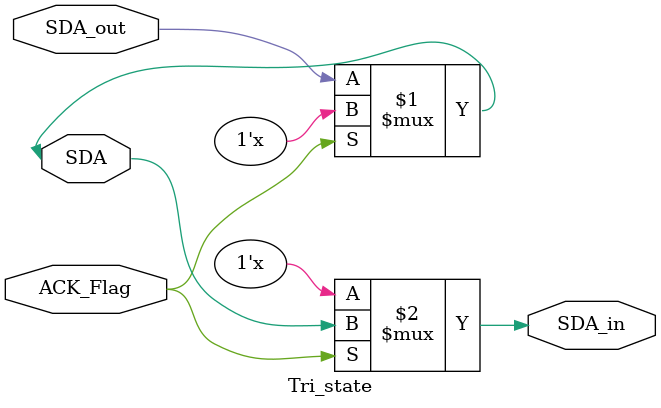
<source format=v>
module Tri_state(inout SDA,
input SDA_out,
				input ACK_Flag,
				
				output SDA_in);
				
				
assign SDA= (ACK_Flag)?1'bz:SDA_out;
assign SDA_in = (ACK_Flag)?SDA:1'bz;				
endmodule

</source>
